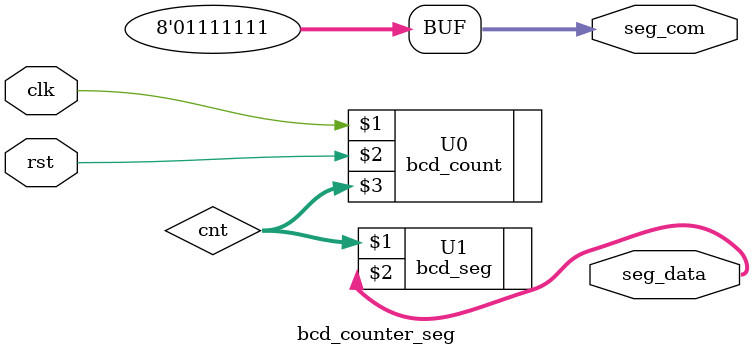
<source format=v>
`timescale 1ns / 1ps
module bcd_counter_seg(clk,rst,seg_com,seg_data);
   input clk,rst;
	output [7:0] seg_com, seg_data;
	wire [3:0] cnt;
	
	bcd_count U0(clk,rst,cnt);
	bcd_seg U1 (cnt,seg_data);
	
	assign seg_com=8'b0111_1111;


endmodule

</source>
